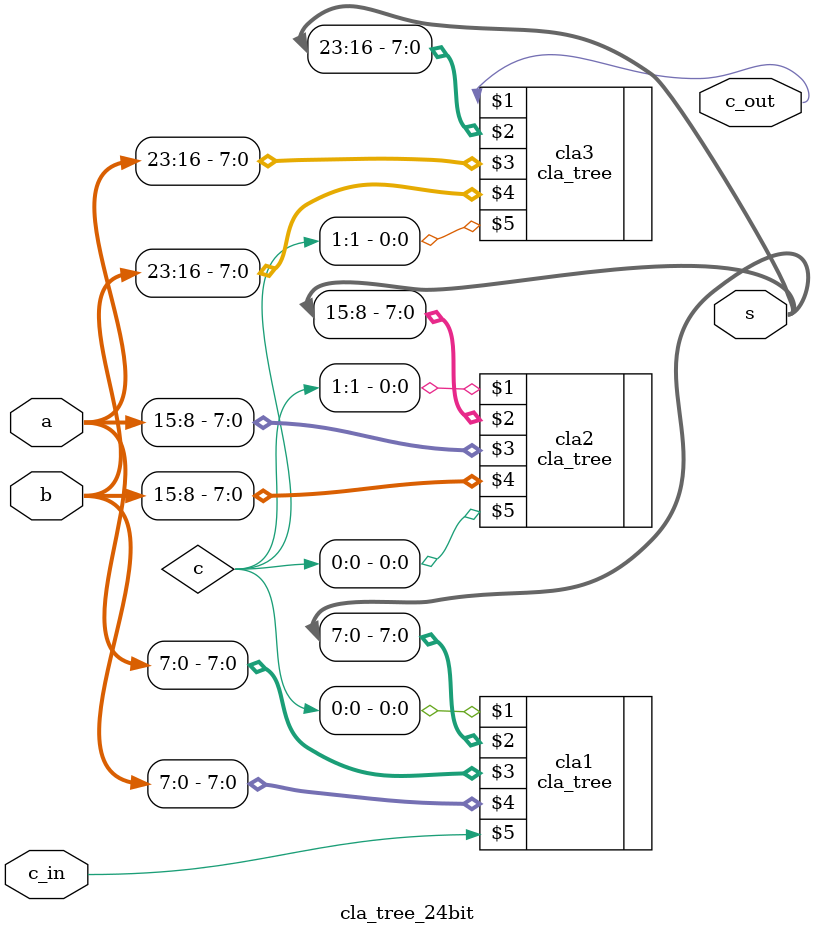
<source format=v>
`timescale 1ns / 1ps
module cla_tree_24bit(c_out, s, a, b, c_in);

    output  [23:0] s;
    output  c_out;

    input   [23:0] a;
    input   [23:0] b;
    input   c_in;
    
    wire    [1:0] c;

    cla_tree cla1(c[0], s[7:0], a[7:0], b[7:0], c_in);
    cla_tree cla2(c[1], s[15:8], a[15:8], b[15:8], c[0]);
    cla_tree cla3(c_out, s[23:16], a[23:16], b[23:16], c[1]);

endmodule

</source>
